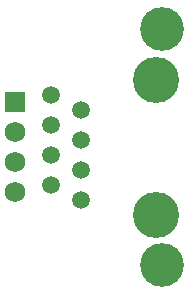
<source format=gts>
G04*
G04 #@! TF.GenerationSoftware,Altium Limited,Altium Designer,18.1.7 (191)*
G04*
G04 Layer_Color=8388736*
%FSLAX44Y44*%
%MOMM*%
G71*
G01*
G75*
%ADD10C,1.5032*%
%ADD11C,3.9032*%
%ADD12C,3.7032*%
%ADD13R,1.7272X1.7272*%
%ADD14C,1.7272*%
D10*
X112774Y88400D02*
D03*
Y113800D02*
D03*
X87374Y101100D02*
D03*
X112774Y139200D02*
D03*
X87374Y126500D02*
D03*
Y151900D02*
D03*
X112774Y164600D02*
D03*
X87374Y177300D02*
D03*
D11*
X176274Y190000D02*
D03*
Y75700D02*
D03*
D12*
X181684Y32850D02*
D03*
Y232850D02*
D03*
D13*
X56894Y170950D02*
D03*
D14*
Y145550D02*
D03*
Y120150D02*
D03*
Y94750D02*
D03*
M02*

</source>
